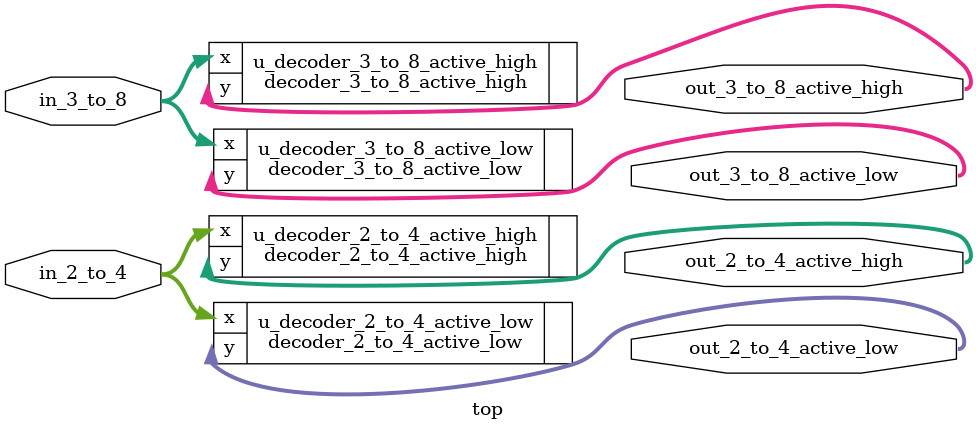
<source format=v>
module top (
    input [1:0] in_2_to_4,
    input [2:0] in_3_to_8,
    output [3:0] out_2_to_4_active_high,
    output [3:0] out_2_to_4_active_low,
    output [7:0] out_3_to_8_active_high,
    output [7:0] out_3_to_8_active_low
);

// Instantiating the 2-to-4 Decoder (Active High)
decoder_2_to_4_active_high u_decoder_2_to_4_active_high (
    .x(in_2_to_4),
    .y(out_2_to_4_active_high)
);

// Instantiating the 2-to-4 Decoder (Active Low)
decoder_2_to_4_active_low u_decoder_2_to_4_active_low (
    .x(in_2_to_4),
    .y(out_2_to_4_active_low)
);

// Instantiating the 3-to-8 Decoder (Active High)
decoder_3_to_8_active_high u_decoder_3_to_8_active_high (
    .x(in_3_to_8),
    .y(out_3_to_8_active_high)
);

// Instantiating the 3-to-8 Decoder (Active Low)
decoder_3_to_8_active_low u_decoder_3_to_8_active_low (
    .x(in_3_to_8),
    .y(out_3_to_8_active_low)
);

endmodule

</source>
